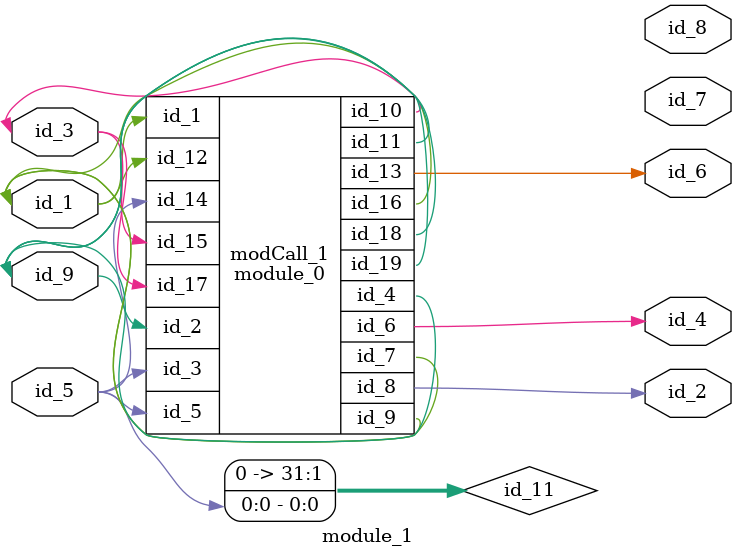
<source format=v>
module module_0 (
    id_1,
    id_2,
    id_3,
    id_4,
    id_5,
    id_6,
    id_7,
    id_8,
    id_9,
    id_10,
    id_11,
    id_12,
    id_13,
    id_14,
    id_15,
    id_16,
    id_17,
    id_18,
    id_19
);
  output wire id_19;
  output wire id_18;
  input wire id_17;
  output wire id_16;
  input wire id_15;
  input wire id_14;
  output wire id_13;
  input wire id_12;
  output wire id_11;
  output wire id_10;
  inout wire id_9;
  output wire id_8;
  inout wire id_7;
  output wire id_6;
  input wire id_5;
  output wire id_4;
  input wire id_3;
  input wire id_2;
  input wire id_1;
  wire id_20;
endmodule
module module_1 (
    id_1,
    id_2,
    id_3,
    id_4,
    id_5,
    id_6,
    id_7,
    id_8,
    id_9
);
  inout wire id_9;
  output wire id_8;
  module_0 modCall_1 (
      id_1,
      id_9,
      id_5,
      id_9,
      id_5,
      id_4,
      id_1,
      id_2,
      id_1,
      id_3,
      id_9,
      id_1,
      id_6,
      id_5,
      id_3,
      id_1,
      id_3,
      id_9,
      id_9
  );
  output wire id_7;
  output wire id_6;
  input wire id_5;
  output wire id_4;
  inout wire id_3;
  output wire id_2;
  inout wire id_1;
  wire id_10;
  integer id_11 = id_5;
  wire [-1 : 1] id_12;
  localparam id_13 = "";
endmodule

</source>
